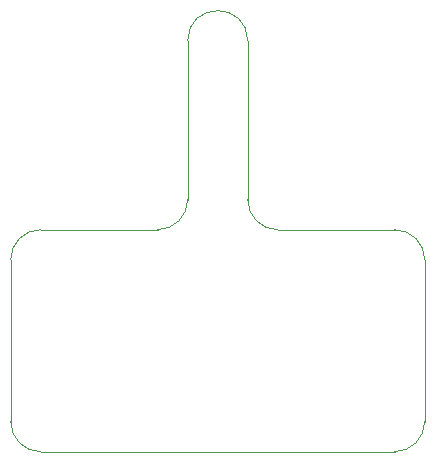
<source format=gbr>
G04 #@! TF.GenerationSoftware,KiCad,Pcbnew,(5.1.5-0-10_14)*
G04 #@! TF.CreationDate,2020-11-20T21:35:50+01:00*
G04 #@! TF.ProjectId,3pdt-90deg,33706474-2d39-4306-9465-672e6b696361,rev?*
G04 #@! TF.SameCoordinates,Original*
G04 #@! TF.FileFunction,Profile,NP*
%FSLAX46Y46*%
G04 Gerber Fmt 4.6, Leading zero omitted, Abs format (unit mm)*
G04 Created by KiCad (PCBNEW (5.1.5-0-10_14)) date 2020-11-20 21:35:50*
%MOMM*%
%LPD*%
G04 APERTURE LIST*
%ADD10C,0.050000*%
G04 APERTURE END LIST*
D10*
X153670000Y-38608000D02*
X153670000Y-38100000D01*
X148590000Y-38608000D02*
X148590000Y-38100000D01*
X146050000Y-54102000D02*
X136144000Y-54102000D01*
X157480000Y-54102000D02*
X156210000Y-54102000D01*
X148590000Y-38608000D02*
X148590000Y-51562000D01*
X148590000Y-51562000D02*
G75*
G02X146050000Y-54102000I-2540000J0D01*
G01*
X156210000Y-54102000D02*
G75*
G02X153670000Y-51562000I0J2540000D01*
G01*
X153670000Y-51562000D02*
X153670000Y-38608000D01*
X133604000Y-56642000D02*
G75*
G02X136144000Y-54102000I2540000J0D01*
G01*
X148590000Y-38100000D02*
G75*
G02X153670000Y-38100000I2540000J0D01*
G01*
X166116000Y-54102000D02*
G75*
G02X168656000Y-56642000I0J-2540000D01*
G01*
X168656000Y-70358000D02*
G75*
G02X166116000Y-72898000I-2540000J0D01*
G01*
X136144000Y-72898000D02*
G75*
G02X133604000Y-70358000I0J2540000D01*
G01*
X133604000Y-56642000D02*
X133604000Y-70358000D01*
X166116000Y-54102000D02*
X157480000Y-54102000D01*
X168656000Y-70358000D02*
X168656000Y-56642000D01*
X136144000Y-72898000D02*
X166116000Y-72898000D01*
M02*

</source>
